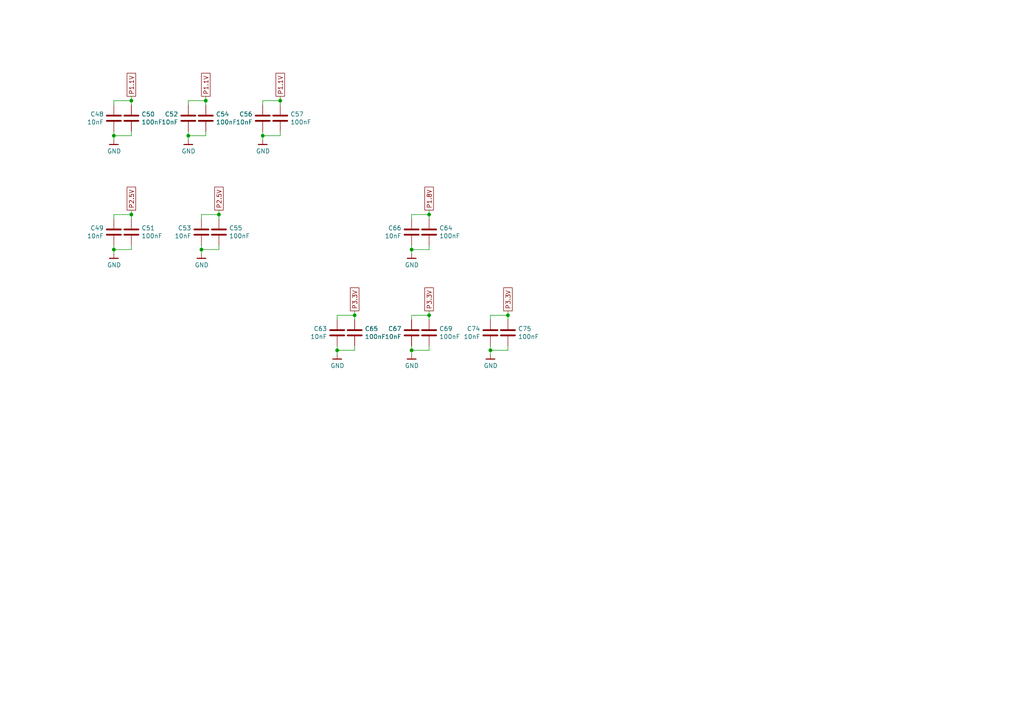
<source format=kicad_sch>
(kicad_sch (version 20211123) (generator eeschema)
  (paper "A4")
  (title_block (title "Orange Cart") (date "2021-02-28") (rev "r0.1") (comment 2 "Licensed under CERN OHL v.1.2") (comment 3 "Cartridge version redesign: Marcus Comstedt") (comment 4 "Based on Orange Crab by Gregory Davill"))
  (lib_symbols
    (symbol "Device:C" (pin_numbers hide) (pin_names (offset 0.254))
      (property "Reference" "C" (at 0.635 2.54 0))
      (property "Value" "C" (at 0.635 -2.54 0))
      (symbol "C_0_1"
        (polyline (pts (xy -2.032 -0.762) (xy 2.032 -0.762)) (stroke (width 0.508)))
        (polyline (pts (xy -2.032 0.762) (xy 2.032 0.762)) (stroke (width 0.508)))
      )
      (symbol "C_1_1"
        (pin passive line (at 0 3.81 270) (length 2.794) (name "~") (number "1"))
        (pin passive line (at 0 -3.81 90) (length 2.794) (name "~") (number "2"))
      )
    )
    (symbol "gkl_power:GND" (power) (pin_names (offset 0))
      (property "Value" "GND" (at 0 -2.54 0))
      (symbol "GND_0_1"
        (polyline (pts (xy 0 -1.27) (xy 0 0)))
        (polyline (pts (xy 1.27 -1.27) (xy -1.27 -1.27)) (stroke (width 0.3048)))
      )
      (symbol "GND_1_1"
        (pin power_in line (at 0 0 270) (length 0) hide (name "GND") (number "1"))
      )
    )
  )
  (junction (at 124.46 91.44))
  (junction (at 76.2 39.37))
  (junction (at 58.42 72.39))
  (junction (at 38.1 29.21))
  (junction (at 124.46 62.23))
  (junction (at 59.69 29.21))
  (junction (at 54.61 39.37))
  (junction (at 81.28 29.21))
  (junction (at 33.02 72.39))
  (junction (at 102.87 91.44))
  (junction (at 119.38 101.6))
  (junction (at 63.5 62.23))
  (junction (at 33.02 39.37))
  (junction (at 97.79 101.6))
  (junction (at 142.24 101.6))
  (junction (at 38.1 62.23))
  (junction (at 119.38 72.39))
  (junction (at 147.32 91.44))
  (wire (pts (xy 119.38 63.5) (xy 119.38 62.23)))
  (wire (pts (xy 59.69 29.21) (xy 59.69 27.94)))
  (wire (pts (xy 63.5 72.39) (xy 63.5 71.12)))
  (wire (pts (xy 38.1 63.5) (xy 38.1 62.23)))
  (wire (pts (xy 102.87 101.6) (xy 102.87 100.33)))
  (wire (pts (xy 97.79 101.6) (xy 102.87 101.6)))
  (wire (pts (xy 119.38 72.39) (xy 119.38 73.66)))
  (wire (pts (xy 142.24 101.6) (xy 142.24 102.87)))
  (wire (pts (xy 147.32 101.6) (xy 147.32 100.33)))
  (wire (pts (xy 76.2 39.37) (xy 81.28 39.37)))
  (wire (pts (xy 76.2 38.1) (xy 76.2 39.37)))
  (wire (pts (xy 142.24 91.44) (xy 147.32 91.44)))
  (wire (pts (xy 124.46 92.71) (xy 124.46 91.44)))
  (wire (pts (xy 119.38 71.12) (xy 119.38 72.39)))
  (wire (pts (xy 33.02 29.21) (xy 38.1 29.21)))
  (wire (pts (xy 54.61 39.37) (xy 59.69 39.37)))
  (wire (pts (xy 147.32 91.44) (xy 147.32 90.17)))
  (wire (pts (xy 142.24 101.6) (xy 147.32 101.6)))
  (wire (pts (xy 142.24 92.71) (xy 142.24 91.44)))
  (wire (pts (xy 33.02 30.48) (xy 33.02 29.21)))
  (wire (pts (xy 81.28 39.37) (xy 81.28 38.1)))
  (wire (pts (xy 76.2 29.21) (xy 81.28 29.21)))
  (wire (pts (xy 58.42 71.12) (xy 58.42 72.39)))
  (wire (pts (xy 38.1 39.37) (xy 38.1 38.1)))
  (wire (pts (xy 119.38 62.23) (xy 124.46 62.23)))
  (wire (pts (xy 124.46 72.39) (xy 124.46 71.12)))
  (wire (pts (xy 97.79 91.44) (xy 102.87 91.44)))
  (wire (pts (xy 124.46 101.6) (xy 124.46 100.33)))
  (wire (pts (xy 58.42 72.39) (xy 58.42 73.66)))
  (wire (pts (xy 63.5 63.5) (xy 63.5 62.23)))
  (wire (pts (xy 33.02 72.39) (xy 38.1 72.39)))
  (wire (pts (xy 119.38 101.6) (xy 119.38 102.87)))
  (wire (pts (xy 63.5 62.23) (xy 63.5 60.96)))
  (wire (pts (xy 124.46 91.44) (xy 124.46 90.17)))
  (wire (pts (xy 38.1 72.39) (xy 38.1 71.12)))
  (wire (pts (xy 54.61 38.1) (xy 54.61 39.37)))
  (wire (pts (xy 58.42 72.39) (xy 63.5 72.39)))
  (wire (pts (xy 142.24 100.33) (xy 142.24 101.6)))
  (wire (pts (xy 59.69 30.48) (xy 59.69 29.21)))
  (wire (pts (xy 58.42 63.5) (xy 58.42 62.23)))
  (wire (pts (xy 33.02 39.37) (xy 38.1 39.37)))
  (wire (pts (xy 124.46 63.5) (xy 124.46 62.23)))
  (wire (pts (xy 76.2 39.37) (xy 76.2 40.64)))
  (wire (pts (xy 59.69 39.37) (xy 59.69 38.1)))
  (wire (pts (xy 38.1 62.23) (xy 38.1 60.96)))
  (wire (pts (xy 38.1 29.21) (xy 38.1 27.94)))
  (wire (pts (xy 54.61 39.37) (xy 54.61 40.64)))
  (wire (pts (xy 147.32 92.71) (xy 147.32 91.44)))
  (wire (pts (xy 102.87 91.44) (xy 102.87 90.17)))
  (wire (pts (xy 119.38 92.71) (xy 119.38 91.44)))
  (wire (pts (xy 33.02 71.12) (xy 33.02 72.39)))
  (wire (pts (xy 119.38 91.44) (xy 124.46 91.44)))
  (wire (pts (xy 76.2 30.48) (xy 76.2 29.21)))
  (wire (pts (xy 33.02 62.23) (xy 38.1 62.23)))
  (wire (pts (xy 58.42 62.23) (xy 63.5 62.23)))
  (wire (pts (xy 38.1 30.48) (xy 38.1 29.21)))
  (wire (pts (xy 81.28 30.48) (xy 81.28 29.21)))
  (wire (pts (xy 119.38 100.33) (xy 119.38 101.6)))
  (wire (pts (xy 119.38 72.39) (xy 124.46 72.39)))
  (wire (pts (xy 97.79 100.33) (xy 97.79 101.6)))
  (wire (pts (xy 119.38 101.6) (xy 124.46 101.6)))
  (wire (pts (xy 54.61 29.21) (xy 59.69 29.21)))
  (wire (pts (xy 102.87 92.71) (xy 102.87 91.44)))
  (wire (pts (xy 124.46 62.23) (xy 124.46 60.96)))
  (wire (pts (xy 97.79 92.71) (xy 97.79 91.44)))
  (wire (pts (xy 33.02 39.37) (xy 33.02 40.64)))
  (wire (pts (xy 81.28 29.21) (xy 81.28 27.94)))
  (wire (pts (xy 97.79 101.6) (xy 97.79 102.87)))
  (wire (pts (xy 54.61 30.48) (xy 54.61 29.21)))
  (wire (pts (xy 33.02 63.5) (xy 33.02 62.23)))
  (wire (pts (xy 33.02 38.1) (xy 33.02 39.37)))
  (wire (pts (xy 33.02 72.39) (xy 33.02 73.66)))
  (global_label "P1.1V" (shape passive) (at 38.1 27.94 90) (property "Intersheet References" "${INTERSHEET_REFS}" (effects hide)))
  (global_label "P1.1V" (shape passive) (at 59.69 27.94 90) (property "Intersheet References" "${INTERSHEET_REFS}" (effects hide)))
  (global_label "P1.1V" (shape passive) (at 81.28 27.94 90) (property "Intersheet References" "${INTERSHEET_REFS}" (effects hide)))
  (global_label "P3.3V" (shape passive) (at 147.32 90.17 90) (property "Intersheet References" "${INTERSHEET_REFS}" (effects hide)))
  (global_label "P2.5V" (shape passive) (at 38.1 60.96 90) (property "Intersheet References" "${INTERSHEET_REFS}" (effects hide)))
  (global_label "P2.5V" (shape passive) (at 63.5 60.96 90) (property "Intersheet References" "${INTERSHEET_REFS}" (effects hide)))
  (global_label "P3.3V" (shape passive) (at 102.87 90.17 90) (property "Intersheet References" "${INTERSHEET_REFS}" (effects hide)))
  (global_label "P3.3V" (shape passive) (at 124.46 90.17 90) (property "Intersheet References" "${INTERSHEET_REFS}" (effects hide)))
  (global_label "P1.8V" (shape passive) (at 124.46 60.96 90) (property "Intersheet References" "${INTERSHEET_REFS}" (effects hide)))
  (symbol (lib_id "Device:C") (at 33.02 34.29 0) (unit 1)
    (property "Reference" "C48" (at 30.099 33.1216 0) (effects (justify right)))
    (property "Value" "10nF" (at 30.099 35.433 0) (effects (justify right)))
    (property "Footprint" "Capacitor_SMD:C_0201_0603Metric" (effects hide))
    (property "Mfg" "Samsung Electro-Mechanics" (effects hide))
    (property "PN" "CL03B103KP3NNNC" (effects hide))
    (property "Mouser Part No" "187-CL03B103KP3NNNC" (effects hide))
    (property "Pricing (EUR)" "0,09" (effects hide))
  )
  (symbol (lib_id "gkl_power:GND") (at 33.02 40.64 0) (unit 1)
    (property "Reference" "#PWR0148" (effects hide))
    (property "Value" "GND" (at 33.0962 43.8404 0))
  )
  (symbol (lib_id "Device:C") (at 38.1 34.29 0) (unit 1)
    (property "Reference" "C50" (at 41.021 33.1216 0) (effects (justify left)))
    (property "Value" "100nF" (at 41.021 35.433 0) (effects (justify left)))
    (property "Footprint" "Capacitor_SMD:C_0201_0603Metric" (effects hide))
    (property "Mfg" "Samsung Electro-Mechanics" (effects hide))
    (property "PN" "CL03A104KQ3NNNC" (effects hide))
    (property "Mouser Part No" "187-CL03A104KQ3NNNC" (effects hide))
    (property "Pricing (EUR)" "0,02" (effects hide))
  )
  (symbol (lib_id "Device:C") (at 54.61 34.29 0) (unit 1)
    (property "Reference" "C52" (at 51.689 33.1216 0) (effects (justify right)))
    (property "Value" "10nF" (at 51.689 35.433 0) (effects (justify right)))
    (property "Footprint" "Capacitor_SMD:C_0201_0603Metric" (effects hide))
    (property "Mfg" "Samsung Electro-Mechanics" (effects hide))
    (property "PN" "CL03B103KP3NNNC" (effects hide))
    (property "Mouser Part No" "187-CL03B103KP3NNNC" (effects hide))
    (property "Pricing (EUR)" "0,09" (effects hide))
  )
  (symbol (lib_id "gkl_power:GND") (at 54.61 40.64 0) (unit 1)
    (property "Reference" "#PWR0149" (effects hide))
    (property "Value" "GND" (at 54.6862 43.8404 0))
  )
  (symbol (lib_id "Device:C") (at 59.69 34.29 0) (unit 1)
    (property "Reference" "C54" (at 62.611 33.1216 0) (effects (justify left)))
    (property "Value" "100nF" (at 62.611 35.433 0) (effects (justify left)))
    (property "Footprint" "Capacitor_SMD:C_0201_0603Metric" (effects hide))
    (property "Mfg" "Samsung Electro-Mechanics" (effects hide))
    (property "PN" "CL03A104KQ3NNNC" (effects hide))
    (property "Mouser Part No" "187-CL03A104KQ3NNNC" (effects hide))
    (property "Pricing (EUR)" "0,02" (effects hide))
  )
  (symbol (lib_id "Device:C") (at 76.2 34.29 0) (unit 1)
    (property "Reference" "C56" (at 73.279 33.1216 0) (effects (justify right)))
    (property "Value" "10nF" (at 73.279 35.433 0) (effects (justify right)))
    (property "Footprint" "Capacitor_SMD:C_0201_0603Metric" (effects hide))
    (property "Mfg" "Samsung Electro-Mechanics" (effects hide))
    (property "PN" "CL03B103KP3NNNC" (effects hide))
    (property "Mouser Part No" "187-CL03B103KP3NNNC" (effects hide))
    (property "Pricing (EUR)" "0,09" (effects hide))
  )
  (symbol (lib_id "gkl_power:GND") (at 76.2 40.64 0) (unit 1)
    (property "Reference" "#PWR0150" (effects hide))
    (property "Value" "GND" (at 76.2762 43.8404 0))
  )
  (symbol (lib_id "Device:C") (at 81.28 34.29 0) (unit 1)
    (property "Reference" "C57" (at 84.201 33.1216 0) (effects (justify left)))
    (property "Value" "100nF" (at 84.201 35.433 0) (effects (justify left)))
    (property "Footprint" "Capacitor_SMD:C_0201_0603Metric" (effects hide))
    (property "Mfg" "Samsung Electro-Mechanics" (effects hide))
    (property "PN" "CL03A104KQ3NNNC" (effects hide))
    (property "Mouser Part No" "187-CL03A104KQ3NNNC" (effects hide))
    (property "Pricing (EUR)" "0,02" (effects hide))
  )
  (symbol (lib_id "Device:C") (at 33.02 67.31 0) (unit 1)
    (property "Reference" "C49" (at 30.099 66.1416 0) (effects (justify right)))
    (property "Value" "10nF" (at 30.099 68.453 0) (effects (justify right)))
    (property "Footprint" "Capacitor_SMD:C_0201_0603Metric" (effects hide))
    (property "Mfg" "Samsung Electro-Mechanics" (effects hide))
    (property "PN" "CL03B103KP3NNNC" (effects hide))
    (property "Mouser Part No" "187-CL03B103KP3NNNC" (effects hide))
    (property "Pricing (EUR)" "0,09" (effects hide))
  )
  (symbol (lib_id "gkl_power:GND") (at 33.02 73.66 0) (unit 1)
    (property "Reference" "#PWR0153" (effects hide))
    (property "Value" "GND" (at 33.0962 76.8604 0))
  )
  (symbol (lib_id "Device:C") (at 38.1 67.31 0) (unit 1)
    (property "Reference" "C51" (at 41.021 66.1416 0) (effects (justify left)))
    (property "Value" "100nF" (at 41.021 68.453 0) (effects (justify left)))
    (property "Footprint" "Capacitor_SMD:C_0201_0603Metric" (effects hide))
    (property "Mfg" "Samsung Electro-Mechanics" (effects hide))
    (property "PN" "CL03A104KQ3NNNC" (effects hide))
    (property "Mouser Part No" "187-CL03A104KQ3NNNC" (effects hide))
    (property "Pricing (EUR)" "0,02" (effects hide))
  )
  (symbol (lib_id "Device:C") (at 124.46 67.31 0) (unit 1)
    (property "Reference" "C64" (at 127.381 66.1416 0) (effects (justify left)))
    (property "Value" "100nF" (at 127.381 68.453 0) (effects (justify left)))
    (property "Footprint" "Capacitor_SMD:C_0201_0603Metric" (effects hide))
    (property "Mfg" "Samsung Electro-Mechanics" (effects hide))
    (property "PN" "CL03A104KQ3NNNC" (effects hide))
    (property "Mouser Part No" "187-CL03A104KQ3NNNC" (effects hide))
    (property "Pricing (EUR)" "0,02" (effects hide))
  )
  (symbol (lib_id "Device:C") (at 119.38 67.31 0) (unit 1)
    (property "Reference" "C66" (at 116.459 66.1416 0) (effects (justify right)))
    (property "Value" "10nF" (at 116.459 68.453 0) (effects (justify right)))
    (property "Footprint" "Capacitor_SMD:C_0201_0603Metric" (effects hide))
    (property "Mfg" "Samsung Electro-Mechanics" (effects hide))
    (property "PN" "CL03B103KP3NNNC" (effects hide))
    (property "Mouser Part No" "187-CL03B103KP3NNNC" (effects hide))
    (property "Pricing (EUR)" "0,09" (effects hide))
  )
  (symbol (lib_id "gkl_power:GND") (at 119.38 73.66 0) (unit 1)
    (property "Reference" "#PWR0156" (effects hide))
    (property "Value" "GND" (at 119.4562 76.8604 0))
  )
  (symbol (lib_id "Device:C") (at 97.79 96.52 0) (unit 1)
    (property "Reference" "C63" (at 94.869 95.3516 0) (effects (justify right)))
    (property "Value" "10nF" (at 94.869 97.663 0) (effects (justify right)))
    (property "Footprint" "Capacitor_SMD:C_0201_0603Metric" (effects hide))
    (property "Mfg" "Samsung Electro-Mechanics" (effects hide))
    (property "PN" "CL03B103KP3NNNC" (effects hide))
    (property "Mouser Part No" "187-CL03B103KP3NNNC" (effects hide))
    (property "Pricing (EUR)" "0,09" (effects hide))
  )
  (symbol (lib_id "gkl_power:GND") (at 97.79 102.87 0) (unit 1)
    (property "Reference" "#PWR0157" (effects hide))
    (property "Value" "GND" (at 97.8662 106.0704 0))
  )
  (symbol (lib_id "Device:C") (at 102.87 96.52 0) (unit 1)
    (property "Reference" "C65" (at 105.791 95.3516 0) (effects (justify left)))
    (property "Value" "100nF" (at 105.791 97.663 0) (effects (justify left)))
    (property "Footprint" "Capacitor_SMD:C_0201_0603Metric" (effects hide))
    (property "Mfg" "Samsung Electro-Mechanics" (effects hide))
    (property "PN" "CL03A104KQ3NNNC" (effects hide))
    (property "Mouser Part No" "187-CL03A104KQ3NNNC" (effects hide))
    (property "Pricing (EUR)" "0,02" (effects hide))
  )
  (symbol (lib_id "Device:C") (at 119.38 96.52 0) (unit 1)
    (property "Reference" "C67" (at 116.459 95.3516 0) (effects (justify right)))
    (property "Value" "10nF" (at 116.459 97.663 0) (effects (justify right)))
    (property "Footprint" "Capacitor_SMD:C_0201_0603Metric" (effects hide))
    (property "Mfg" "Samsung Electro-Mechanics" (effects hide))
    (property "PN" "CL03B103KP3NNNC" (effects hide))
    (property "Mouser Part No" "187-CL03B103KP3NNNC" (effects hide))
    (property "Pricing (EUR)" "0,09" (effects hide))
  )
  (symbol (lib_id "gkl_power:GND") (at 119.38 102.87 0) (unit 1)
    (property "Reference" "#PWR0158" (effects hide))
    (property "Value" "GND" (at 119.4562 106.0704 0))
  )
  (symbol (lib_id "Device:C") (at 124.46 96.52 0) (unit 1)
    (property "Reference" "C69" (at 127.381 95.3516 0) (effects (justify left)))
    (property "Value" "100nF" (at 127.381 97.663 0) (effects (justify left)))
    (property "Footprint" "Capacitor_SMD:C_0201_0603Metric" (effects hide))
    (property "Mfg" "Samsung Electro-Mechanics" (effects hide))
    (property "PN" "CL03A104KQ3NNNC" (effects hide))
    (property "Mouser Part No" "187-CL03A104KQ3NNNC" (effects hide))
    (property "Pricing (EUR)" "0,02" (effects hide))
  )
  (symbol (lib_id "Device:C") (at 142.24 96.52 0) (unit 1)
    (property "Reference" "C74" (at 139.319 95.3516 0) (effects (justify right)))
    (property "Value" "10nF" (at 139.319 97.663 0) (effects (justify right)))
    (property "Footprint" "Capacitor_SMD:C_0201_0603Metric" (effects hide))
    (property "Mfg" "Samsung Electro-Mechanics" (effects hide))
    (property "PN" "CL03B103KP3NNNC" (effects hide))
    (property "Mouser Part No" "187-CL03B103KP3NNNC" (effects hide))
    (property "Pricing (EUR)" "0,09" (effects hide))
  )
  (symbol (lib_id "gkl_power:GND") (at 142.24 102.87 0) (unit 1)
    (property "Reference" "#PWR0163" (effects hide))
    (property "Value" "GND" (at 142.3162 106.0704 0))
  )
  (symbol (lib_id "Device:C") (at 147.32 96.52 0) (unit 1)
    (property "Reference" "C75" (at 150.241 95.3516 0) (effects (justify left)))
    (property "Value" "100nF" (at 150.241 97.663 0) (effects (justify left)))
    (property "Footprint" "Capacitor_SMD:C_0201_0603Metric" (effects hide))
    (property "Mfg" "Samsung Electro-Mechanics" (effects hide))
    (property "PN" "CL03A104KQ3NNNC" (effects hide))
    (property "Mouser Part No" "187-CL03A104KQ3NNNC" (effects hide))
    (property "Pricing (EUR)" "0,02" (effects hide))
  )
  (symbol (lib_id "Device:C") (at 58.42 67.31 0) (unit 1)
    (property "Reference" "C53" (at 55.499 66.1416 0) (effects (justify right)))
    (property "Value" "10nF" (at 55.499 68.453 0) (effects (justify right)))
    (property "Footprint" "Capacitor_SMD:C_0201_0603Metric" (effects hide))
    (property "Mfg" "Samsung Electro-Mechanics" (effects hide))
    (property "PN" "CL03B103KP3NNNC" (effects hide))
    (property "Mouser Part No" "187-CL03B103KP3NNNC" (effects hide))
    (property "Pricing (EUR)" "0,09" (effects hide))
  )
  (symbol (lib_id "gkl_power:GND") (at 58.42 73.66 0) (unit 1)
    (property "Reference" "#PWR0117" (effects hide))
    (property "Value" "GND" (at 58.4962 76.8604 0))
  )
  (symbol (lib_id "Device:C") (at 63.5 67.31 0) (unit 1)
    (property "Reference" "C55" (at 66.421 66.1416 0) (effects (justify left)))
    (property "Value" "100nF" (at 66.421 68.453 0) (effects (justify left)))
    (property "Footprint" "Capacitor_SMD:C_0201_0603Metric" (effects hide))
    (property "Mfg" "Samsung Electro-Mechanics" (effects hide))
    (property "PN" "CL03A104KQ3NNNC" (effects hide))
    (property "Mouser Part No" "187-CL03A104KQ3NNNC" (effects hide))
    (property "Pricing (EUR)" "0,02" (effects hide))
  )
)
</source>
